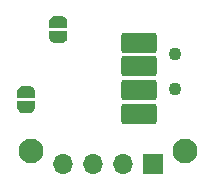
<source format=gbr>
%TF.GenerationSoftware,KiCad,Pcbnew,(5.99.0-7706-gdc1c80beb8)*%
%TF.CreationDate,2020-12-31T13:50:13+03:00*%
%TF.ProjectId,USBtoCANFD,55534274-6f43-4414-9e46-442e6b696361,rev?*%
%TF.SameCoordinates,Original*%
%TF.FileFunction,Soldermask,Bot*%
%TF.FilePolarity,Negative*%
%FSLAX46Y46*%
G04 Gerber Fmt 4.6, Leading zero omitted, Abs format (unit mm)*
G04 Created by KiCad (PCBNEW (5.99.0-7706-gdc1c80beb8)) date 2020-12-31 13:50:13*
%MOMM*%
%LPD*%
G01*
G04 APERTURE LIST*
G04 Aperture macros list*
%AMRoundRect*
0 Rectangle with rounded corners*
0 $1 Rounding radius*
0 $2 $3 $4 $5 $6 $7 $8 $9 X,Y pos of 4 corners*
0 Add a 4 corners polygon primitive as box body*
4,1,4,$2,$3,$4,$5,$6,$7,$8,$9,$2,$3,0*
0 Add four circle primitives for the rounded corners*
1,1,$1+$1,$2,$3,0*
1,1,$1+$1,$4,$5,0*
1,1,$1+$1,$6,$7,0*
1,1,$1+$1,$8,$9,0*
0 Add four rect primitives between the rounded corners*
20,1,$1+$1,$2,$3,$4,$5,0*
20,1,$1+$1,$4,$5,$6,$7,0*
20,1,$1+$1,$6,$7,$8,$9,0*
20,1,$1+$1,$8,$9,$2,$3,0*%
G04 Aperture macros list end*
%ADD10C,1.100000*%
%ADD11C,2.100000*%
%ADD12RoundRect,0.250250X1.249750X0.624750X-1.249750X0.624750X-1.249750X-0.624750X1.249750X-0.624750X0*%
%ADD13R,1.700000X1.700000*%
%ADD14O,1.700000X1.700000*%
G04 APERTURE END LIST*
D10*
%TO.C,SW1*%
X155625000Y-78300000D03*
X155625000Y-81300000D03*
%TD*%
D11*
%TO.C,H1*%
X143500000Y-86500000D03*
%TD*%
%TO.C,H2*%
X156500000Y-86500000D03*
%TD*%
%TO.C,JP1*%
G36*
X145025000Y-76099999D02*
G01*
X145025000Y-75600000D01*
X145029967Y-75600000D01*
X145031432Y-75520059D01*
X145073707Y-75384744D01*
X145152263Y-75266734D01*
X145260782Y-75175514D01*
X145390541Y-75118419D01*
X145525001Y-75100836D01*
X145525001Y-75100000D01*
X146025000Y-75100001D01*
X146025000Y-75100837D01*
X146031109Y-75100038D01*
X146171186Y-75121849D01*
X146299511Y-75182097D01*
X146405769Y-75275941D01*
X146481417Y-75395836D01*
X146520374Y-75532143D01*
X146519959Y-75600000D01*
X146525000Y-75600000D01*
X146524999Y-76100000D01*
X145025000Y-76099999D01*
G37*
G36*
X146519959Y-76900000D02*
G01*
X146519508Y-76973905D01*
X146478889Y-77109726D01*
X146401781Y-77228688D01*
X146294384Y-77321226D01*
X146165332Y-77379903D01*
X146024999Y-77400000D01*
X145525000Y-77399999D01*
X145512784Y-77399850D01*
X145372983Y-77376330D01*
X145245404Y-77314518D01*
X145140300Y-77219383D01*
X145066123Y-77098573D01*
X145028834Y-76961800D01*
X145029967Y-76900000D01*
X145025000Y-76900000D01*
X145025001Y-76400000D01*
X146525000Y-76400001D01*
X146525000Y-76900000D01*
X146519959Y-76900000D01*
G37*
%TD*%
%TO.C,JP2*%
G36*
X143800000Y-82300001D02*
G01*
X143800000Y-82800000D01*
X143795033Y-82800000D01*
X143793568Y-82879941D01*
X143751293Y-83015256D01*
X143672738Y-83133266D01*
X143564219Y-83224486D01*
X143434459Y-83281581D01*
X143299999Y-83299164D01*
X143299999Y-83300000D01*
X142800000Y-83300000D01*
X142800000Y-83299164D01*
X142793891Y-83299963D01*
X142653814Y-83278152D01*
X142525489Y-83217903D01*
X142419231Y-83124059D01*
X142343583Y-83004164D01*
X142304626Y-82867857D01*
X142305041Y-82800000D01*
X142300000Y-82800000D01*
X142300000Y-82300000D01*
X143800000Y-82300001D01*
G37*
G36*
X142305041Y-81500000D02*
G01*
X142305492Y-81426095D01*
X142346111Y-81290274D01*
X142423218Y-81171312D01*
X142530615Y-81078774D01*
X142659668Y-81020097D01*
X142800001Y-81000000D01*
X143300000Y-81000000D01*
X143312216Y-81000149D01*
X143452017Y-81023669D01*
X143579596Y-81085482D01*
X143684700Y-81180617D01*
X143758877Y-81301427D01*
X143796166Y-81438200D01*
X143795033Y-81500000D01*
X143800000Y-81500000D01*
X143800000Y-82000000D01*
X142300000Y-81999999D01*
X142300000Y-81500000D01*
X142305041Y-81500000D01*
G37*
%TD*%
D12*
%TO.C,J3*%
X152650000Y-77350000D03*
X152650000Y-79350000D03*
X152650000Y-81350000D03*
X152650000Y-83350000D03*
%TD*%
D13*
%TO.C,J4*%
X153810000Y-87600000D03*
D14*
X151270000Y-87600000D03*
X148730000Y-87600000D03*
X146190000Y-87600000D03*
%TD*%
M02*

</source>
